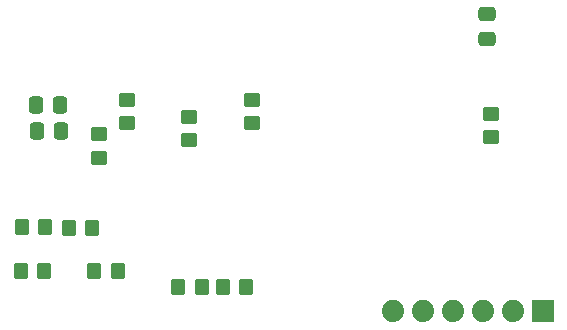
<source format=gbr>
%TF.GenerationSoftware,KiCad,Pcbnew,6.0.11-2627ca5db0~126~ubuntu22.04.1*%
%TF.CreationDate,2023-02-20T15:02:36-05:00*%
%TF.ProjectId,lin-peltier-control,6c696e2d-7065-46c7-9469-65722d636f6e,1.0*%
%TF.SameCoordinates,Original*%
%TF.FileFunction,Paste,Bot*%
%TF.FilePolarity,Positive*%
%FSLAX46Y46*%
G04 Gerber Fmt 4.6, Leading zero omitted, Abs format (unit mm)*
G04 Created by KiCad (PCBNEW 6.0.11-2627ca5db0~126~ubuntu22.04.1) date 2023-02-20 15:02:36*
%MOMM*%
%LPD*%
G01*
G04 APERTURE LIST*
G04 Aperture macros list*
%AMRoundRect*
0 Rectangle with rounded corners*
0 $1 Rounding radius*
0 $2 $3 $4 $5 $6 $7 $8 $9 X,Y pos of 4 corners*
0 Add a 4 corners polygon primitive as box body*
4,1,4,$2,$3,$4,$5,$6,$7,$8,$9,$2,$3,0*
0 Add four circle primitives for the rounded corners*
1,1,$1+$1,$2,$3*
1,1,$1+$1,$4,$5*
1,1,$1+$1,$6,$7*
1,1,$1+$1,$8,$9*
0 Add four rect primitives between the rounded corners*
20,1,$1+$1,$2,$3,$4,$5,0*
20,1,$1+$1,$4,$5,$6,$7,0*
20,1,$1+$1,$6,$7,$8,$9,0*
20,1,$1+$1,$8,$9,$2,$3,0*%
G04 Aperture macros list end*
%ADD10R,1.879600X1.879600*%
%ADD11C,1.879600*%
%ADD12RoundRect,0.250000X-0.350000X-0.450000X0.350000X-0.450000X0.350000X0.450000X-0.350000X0.450000X0*%
%ADD13RoundRect,0.250000X-0.450000X0.350000X-0.450000X-0.350000X0.450000X-0.350000X0.450000X0.350000X0*%
%ADD14RoundRect,0.250000X0.350000X0.450000X-0.350000X0.450000X-0.350000X-0.450000X0.350000X-0.450000X0*%
%ADD15RoundRect,0.250000X0.475000X-0.337500X0.475000X0.337500X-0.475000X0.337500X-0.475000X-0.337500X0*%
%ADD16RoundRect,0.250000X0.450000X-0.350000X0.450000X0.350000X-0.450000X0.350000X-0.450000X-0.350000X0*%
%ADD17RoundRect,0.250000X0.337500X0.475000X-0.337500X0.475000X-0.337500X-0.475000X0.337500X-0.475000X0*%
%ADD18RoundRect,0.250000X-0.337500X-0.475000X0.337500X-0.475000X0.337500X0.475000X-0.337500X0.475000X0*%
G04 APERTURE END LIST*
D10*
%TO.C,J1*%
X226520000Y-91800000D03*
D11*
X223980000Y-91800000D03*
X221440000Y-91800000D03*
X218900000Y-91800000D03*
X216360000Y-91800000D03*
X213820000Y-91800000D03*
%TD*%
D12*
%TO.C,R3*%
X195650000Y-89750000D03*
X197650000Y-89750000D03*
%TD*%
D13*
%TO.C,R18*%
X196550000Y-75350000D03*
X196550000Y-77350000D03*
%TD*%
D12*
%TO.C,R7*%
X182400000Y-84725000D03*
X184400000Y-84725000D03*
%TD*%
D14*
%TO.C,R4*%
X201425000Y-89750000D03*
X199425000Y-89750000D03*
%TD*%
D15*
%TO.C,C2*%
X221775000Y-68750000D03*
X221775000Y-66675000D03*
%TD*%
D13*
%TO.C,R14*%
X201900000Y-73900000D03*
X201900000Y-75900000D03*
%TD*%
D12*
%TO.C,R8*%
X186375000Y-84775000D03*
X188375000Y-84775000D03*
%TD*%
%TO.C,R9*%
X182300000Y-88450000D03*
X184300000Y-88450000D03*
%TD*%
D16*
%TO.C,R12*%
X188950000Y-78825000D03*
X188950000Y-76825000D03*
%TD*%
D13*
%TO.C,R16*%
X191300000Y-73900000D03*
X191300000Y-75900000D03*
%TD*%
D14*
%TO.C,R10*%
X190525000Y-88425000D03*
X188525000Y-88425000D03*
%TD*%
D17*
%TO.C,C7*%
X185750000Y-76575000D03*
X183675000Y-76575000D03*
%TD*%
D18*
%TO.C,C8*%
X183600000Y-74325000D03*
X185675000Y-74325000D03*
%TD*%
D13*
%TO.C,R22*%
X222100000Y-75100000D03*
X222100000Y-77100000D03*
%TD*%
M02*

</source>
